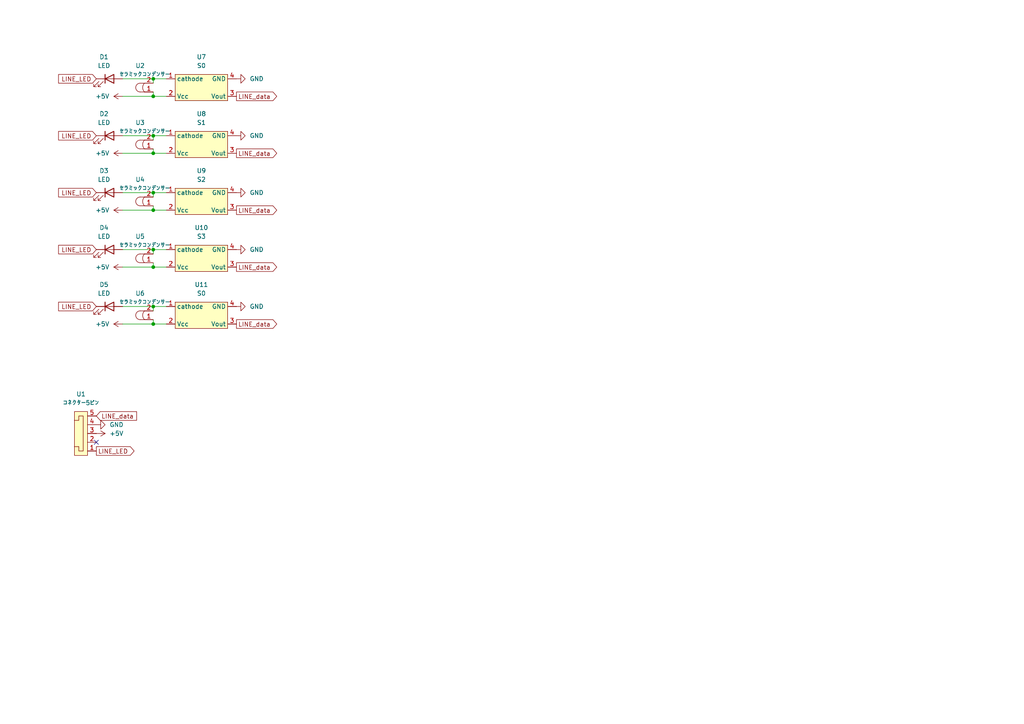
<source format=kicad_sch>
(kicad_sch (version 20211123) (generator eeschema)
  (paper "A4")
  (lib_symbols
    (symbol "Device:LED" (pin_numbers hide) (pin_names (offset 1.016) hide)
      (property "Reference" "D" (at 0 2.54 0))
      (property "Value" "LED" (at 0 -2.54 0))
      (symbol "LED_0_1"
        (polyline (pts (xy -1.27 -1.27) (xy -1.27 1.27)) (stroke (width 0.254)))
        (polyline (pts (xy -1.27 0) (xy 1.27 0)))
        (polyline (pts (xy 1.27 -1.27) (xy 1.27 1.27) (xy -1.27 0) (xy 1.27 -1.27)) (stroke (width 0.254)))
        (polyline (pts (xy -3.048 -0.762) (xy -4.572 -2.286) (xy -3.81 -2.286) (xy -4.572 -2.286) (xy -4.572 -1.524)))
        (polyline (pts (xy -1.778 -0.762) (xy -3.302 -2.286) (xy -2.54 -2.286) (xy -3.302 -2.286) (xy -3.302 -1.524)))
      )
      (symbol "LED_1_1"
        (pin passive line (at -3.81 0 0) (length 2.54) (name "K") (number "1"))
        (pin passive line (at 3.81 0 180) (length 2.54) (name "A") (number "2"))
      )
    )
    (symbol "power:+5V" (power) (pin_names (offset 0))
      (property "Value" "+5V" (at 0 3.556 0))
      (symbol "+5V_0_1"
        (polyline (pts (xy -0.762 1.27) (xy 0 2.54)))
        (polyline (pts (xy 0 0) (xy 0 2.54)))
        (polyline (pts (xy 0 2.54) (xy 0.762 1.27)))
      )
      (symbol "+5V_1_1"
        (pin power_in line (at 0 0 90) (length 0) hide (name "+5V") (number "1"))
      )
    )
    (symbol "power:GND" (power) (pin_names (offset 0))
      (property "Value" "GND" (at 0 -3.81 0))
      (symbol "GND_0_1"
        (polyline (pts (xy 0 0) (xy 0 -1.27) (xy 1.27 -1.27) (xy 0 -2.54) (xy -1.27 -1.27) (xy 0 -1.27)))
      )
      (symbol "GND_1_1"
        (pin power_in line (at 0 0 270) (length 0) hide (name "GND") (number "1"))
      )
    )
    (symbol "自分のシンボルエディター:S4282-51,S7136"
      (property "Reference" "U" (at 0 0 0))
      (property "Value" "S4282-51,S7136" (at 0 2.54 0))
      (symbol "S4282-51,S7136_0_1"
        (rectangle (start -7.62 -1.27) (end 7.62 -8.89) (fill (type background)))
      )
      (symbol "S4282-51,S7136_1_1"
        (pin input line (at -10.16 -2.54 0) (length 2.54) (name "cathode") (number "1"))
        (pin input line (at -10.16 -7.62 0) (length 2.54) (name "Vcc") (number "2"))
        (pin input line (at 10.16 -7.62 180) (length 2.54) (name "Vout") (number "3"))
        (pin input line (at 10.16 -2.54 180) (length 2.54) (name "GND") (number "4"))
      )
    )
    (symbol "自分のシンボルエディター:コネクター5ピン"
      (property "Reference" "U" (at 6.35 0 0))
      (property "Value" "コネクター5ピン" (at 0 0 0))
      (symbol "コネクター5ピン_0_1"
        (rectangle (start -6.35 -1.27) (end 6.35 -5.08) (fill (type background)))
        (polyline (pts (xy -3.81 -2.54) (xy -3.81 -1.27)))
        (polyline (pts (xy -3.81 -2.54) (xy -5.08 -2.54) (xy -5.08 -3.81) (xy 5.08 -3.81) (xy 5.08 -2.54) (xy 3.81 -2.54) (xy 3.81 -1.27)))
      )
      (symbol "コネクター5ピン_1_1"
        (pin input line (at -5.08 -7.62 90) (length 2.54) (name "") (number "1"))
        (pin input line (at -2.54 -7.62 90) (length 2.54) (name "") (number "2"))
        (pin input line (at 0 -7.62 90) (length 2.54) (name "") (number "3"))
        (pin input line (at 2.54 -7.62 90) (length 2.54) (name "") (number "4"))
        (pin input line (at 5.08 -7.62 90) (length 2.54) (name "") (number "5"))
      )
    )
    (symbol "自分のシンボルエディター:セラミックコンデンサー"
      (property "Reference" "U" (at 8.89 0 0))
      (property "Value" "セラミックコンデンサー" (at 0 0 0))
      (symbol "セラミックコンデンサー_0_1"
        (arc (start 0 -1.27) (mid -0.898 -1.642) (end -1.27 -2.54))
        (polyline (pts (xy -1.27 -2.54) (xy -1.27 -3.81)))
        (polyline (pts (xy 1.27 -2.54) (xy 1.27 -3.81)))
        (arc (start 1.27 -3.81) (mid 0 -3.284) (end -1.27 -3.81))
        (arc (start 1.2701 -2.5399) (mid 0.8981 -1.6419) (end 0.0001 -1.2699))
      )
      (symbol "セラミックコンデンサー_1_1"
        (pin input line (at -1.27 -6.35 90) (length 2.54) (name "") (number "1"))
        (pin input line (at 1.27 -6.35 90) (length 2.54) (name "") (number "2"))
      )
    )
  )
  (junction (at 44.45 22.86))
  (junction (at 44.45 27.94))
  (junction (at 44.45 39.37))
  (junction (at 44.45 72.39))
  (junction (at 44.45 77.47))
  (junction (at 44.45 93.98))
  (junction (at 44.45 60.96))
  (junction (at 44.45 88.9))
  (junction (at 44.45 55.88))
  (junction (at 44.45 44.45))
  (no_connect (at 27.94 128.27))
  (wire (pts (xy 44.45 92.71) (xy 44.45 93.98)))
  (wire (pts (xy 44.45 76.2) (xy 44.45 77.47)))
  (wire (pts (xy 48.26 39.37) (xy 44.45 39.37)))
  (wire (pts (xy 48.26 88.9) (xy 44.45 88.9)))
  (wire (pts (xy 48.26 27.94) (xy 44.45 27.94)))
  (wire (pts (xy 44.45 22.86) (xy 35.56 22.86)))
  (wire (pts (xy 48.26 55.88) (xy 44.45 55.88)))
  (wire (pts (xy 44.45 88.9) (xy 44.45 90.17)))
  (wire (pts (xy 44.45 39.37) (xy 44.45 40.64)))
  (wire (pts (xy 44.45 59.69) (xy 44.45 60.96)))
  (wire (pts (xy 44.45 93.98) (xy 35.56 93.98)))
  (wire (pts (xy 44.45 44.45) (xy 35.56 44.45)))
  (wire (pts (xy 44.45 72.39) (xy 44.45 73.66)))
  (wire (pts (xy 44.45 26.67) (xy 44.45 27.94)))
  (wire (pts (xy 48.26 60.96) (xy 44.45 60.96)))
  (wire (pts (xy 48.26 22.86) (xy 44.45 22.86)))
  (wire (pts (xy 48.26 44.45) (xy 44.45 44.45)))
  (wire (pts (xy 48.26 93.98) (xy 44.45 93.98)))
  (wire (pts (xy 48.26 72.39) (xy 44.45 72.39)))
  (wire (pts (xy 44.45 55.88) (xy 44.45 57.15)))
  (wire (pts (xy 44.45 55.88) (xy 35.56 55.88)))
  (wire (pts (xy 44.45 77.47) (xy 35.56 77.47)))
  (wire (pts (xy 44.45 39.37) (xy 35.56 39.37)))
  (wire (pts (xy 44.45 88.9) (xy 35.56 88.9)))
  (wire (pts (xy 44.45 43.18) (xy 44.45 44.45)))
  (wire (pts (xy 44.45 60.96) (xy 35.56 60.96)))
  (wire (pts (xy 44.45 72.39) (xy 35.56 72.39)))
  (wire (pts (xy 48.26 77.47) (xy 44.45 77.47)))
  (wire (pts (xy 44.45 27.94) (xy 35.56 27.94)))
  (wire (pts (xy 44.45 22.86) (xy 44.45 24.13)))
  (global_label "LINE_LED" (shape input) (at 27.94 22.86 180) (property "Intersheet References" "${INTERSHEET_REFS}" (effects hide)))
  (global_label "LINE_LED" (shape input) (at 27.94 55.88 180) (property "Intersheet References" "${INTERSHEET_REFS}" (effects hide)))
  (global_label "LINE_LED" (shape input) (at 27.94 88.9 180) (property "Intersheet References" "${INTERSHEET_REFS}" (effects hide)))
  (global_label "LINE_data" (shape output) (at 68.58 44.45 0) (property "Intersheet References" "${INTERSHEET_REFS}" (effects hide)))
  (global_label "LINE_LED" (shape output) (at 27.94 130.81 0) (property "Intersheet References" "${INTERSHEET_REFS}" (effects hide)))
  (global_label "LINE_data" (shape output) (at 68.58 93.98 0) (property "Intersheet References" "${INTERSHEET_REFS}" (effects hide)))
  (global_label "LINE_data" (shape input) (at 27.94 120.65 0) (property "Intersheet References" "${INTERSHEET_REFS}" (effects hide)))
  (global_label "LINE_data" (shape output) (at 68.58 77.47 0) (property "Intersheet References" "${INTERSHEET_REFS}" (effects hide)))
  (global_label "LINE_LED" (shape input) (at 27.94 39.37 180) (property "Intersheet References" "${INTERSHEET_REFS}" (effects hide)))
  (global_label "LINE_LED" (shape input) (at 27.94 72.39 180) (property "Intersheet References" "${INTERSHEET_REFS}" (effects hide)))
  (global_label "LINE_data" (shape output) (at 68.58 60.96 0) (property "Intersheet References" "${INTERSHEET_REFS}" (effects hide)))
  (global_label "LINE_data" (shape output) (at 68.58 27.94 0) (property "Intersheet References" "${INTERSHEET_REFS}" (effects hide)))
  (symbol (lib_id "power:+5V") (at 35.56 60.96 90) (unit 1)
    (property "Reference" "#PWR0106" (effects hide))
    (property "Value" "+5V" (at 31.75 60.9599 90) (effects (justify left)))
  )
  (symbol (lib_id "自分のシンボルエディター:セラミックコンデンサー") (at 38.1 25.4 90) (unit 1)
    (property "Reference" "U2" (at 40.6399 19.05 90))
    (property "Value" "セラミックコンデンサー" (at 41.91 21.59 90))
    (property "Footprint" "自分のフットプリント:セラミックコンデンサー" (effects hide))
  )
  (symbol (lib_id "power:+5V") (at 35.56 44.45 90) (unit 1)
    (property "Reference" "#PWR0102" (effects hide))
    (property "Value" "+5V" (at 31.75 44.4499 90) (effects (justify left)))
  )
  (symbol (lib_id "power:+5V") (at 35.56 77.47 90) (unit 1)
    (property "Reference" "#PWR0107" (effects hide))
    (property "Value" "+5V" (at 31.75 77.4699 90) (effects (justify left)))
  )
  (symbol (lib_id "自分のシンボルエディター:S4282-51,S7136") (at 58.42 20.32 0) (unit 1)
    (property "Reference" "U7" (at 58.42 16.51 0))
    (property "Value" "S0" (at 58.42 19.05 0))
    (property "Footprint" "自分のフットプリント:S4282-51,S7136" (effects hide))
  )
  (symbol (lib_id "Device:LED") (at 31.75 39.37 0) (unit 1)
    (property "Reference" "D2" (at 30.1625 33.02 0))
    (property "Value" "LED" (at 30.1625 35.56 0))
    (property "Footprint" "自分のフットプリント:LED" (effects hide))
  )
  (symbol (lib_id "power:GND") (at 68.58 55.88 90) (unit 1)
    (property "Reference" "#PWR0103" (effects hide))
    (property "Value" "GND" (at 72.39 55.8799 90) (effects (justify right)))
  )
  (symbol (lib_id "自分のシンボルエディター:S4282-51,S7136") (at 58.42 69.85 0) (unit 1)
    (property "Reference" "U10" (at 58.42 66.04 0))
    (property "Value" "S3" (at 58.42 68.58 0))
    (property "Footprint" "自分のフットプリント:S4282-51,S7136" (effects hide))
  )
  (symbol (lib_id "power:+5V") (at 27.94 125.73 270) (unit 1)
    (property "Reference" "#PWR0109" (effects hide))
    (property "Value" "+5V" (at 31.75 125.7299 90) (effects (justify left)))
  )
  (symbol (lib_id "自分のシンボルエディター:S4282-51,S7136") (at 58.42 36.83 0) (unit 1)
    (property "Reference" "U8" (at 58.42 33.02 0))
    (property "Value" "S1" (at 58.42 35.56 0))
    (property "Footprint" "自分のフットプリント:S4282-51,S7136" (effects hide))
  )
  (symbol (lib_id "自分のシンボルエディター:S4282-51,S7136") (at 58.42 53.34 0) (unit 1)
    (property "Reference" "U9" (at 58.42 49.53 0))
    (property "Value" "S2" (at 58.42 52.07 0))
    (property "Footprint" "自分のフットプリント:S4282-51,S7136" (effects hide))
  )
  (symbol (lib_id "自分のシンボルエディター:コネクター5ピン") (at 20.32 125.73 90) (unit 1)
    (property "Reference" "U1" (at 23.495 114.3 90))
    (property "Value" "コネクター5ピン" (at 23.495 116.84 90))
    (property "Footprint" "自分のフットプリント:L字コネクター5ピン" (effects hide))
  )
  (symbol (lib_id "Device:LED") (at 31.75 88.9 0) (unit 1)
    (property "Reference" "D5" (at 30.1625 82.55 0))
    (property "Value" "LED" (at 30.1625 85.09 0))
    (property "Footprint" "自分のフットプリント:LED" (effects hide))
  )
  (symbol (lib_id "power:+5V") (at 35.56 93.98 90) (unit 1)
    (property "Reference" "#PWR0110" (effects hide))
    (property "Value" "+5V" (at 31.75 93.9799 90) (effects (justify left)))
  )
  (symbol (lib_id "自分のシンボルエディター:セラミックコンデンサー") (at 38.1 58.42 90) (unit 1)
    (property "Reference" "U4" (at 40.6399 52.07 90))
    (property "Value" "セラミックコンデンサー" (at 41.91 54.61 90))
    (property "Footprint" "自分のフットプリント:セラミックコンデンサー" (effects hide))
  )
  (symbol (lib_id "power:GND") (at 68.58 88.9 90) (unit 1)
    (property "Reference" "#PWR0111" (effects hide))
    (property "Value" "GND" (at 72.39 88.8999 90) (effects (justify right)))
  )
  (symbol (lib_id "power:GND") (at 68.58 39.37 90) (unit 1)
    (property "Reference" "#PWR0105" (effects hide))
    (property "Value" "GND" (at 72.39 39.3699 90) (effects (justify right)))
  )
  (symbol (lib_id "power:GND") (at 68.58 72.39 90) (unit 1)
    (property "Reference" "#PWR0112" (effects hide))
    (property "Value" "GND" (at 72.39 72.3899 90) (effects (justify right)))
  )
  (symbol (lib_id "power:GND") (at 27.94 123.19 90) (unit 1)
    (property "Reference" "#PWR0108" (effects hide))
    (property "Value" "GND" (at 31.75 123.1899 90) (effects (justify right)))
  )
  (symbol (lib_id "Device:LED") (at 31.75 22.86 0) (unit 1)
    (property "Reference" "D1" (at 30.1625 16.51 0))
    (property "Value" "LED" (at 30.1625 19.05 0))
    (property "Footprint" "自分のフットプリント:LED" (effects hide))
  )
  (symbol (lib_id "自分のシンボルエディター:セラミックコンデンサー") (at 38.1 41.91 90) (unit 1)
    (property "Reference" "U3" (at 40.6399 35.56 90))
    (property "Value" "セラミックコンデンサー" (at 41.91 38.1 90))
    (property "Footprint" "自分のフットプリント:セラミックコンデンサー" (effects hide))
  )
  (symbol (lib_id "自分のシンボルエディター:セラミックコンデンサー") (at 38.1 91.44 90) (unit 1)
    (property "Reference" "U6" (at 40.6399 85.09 90))
    (property "Value" "セラミックコンデンサー" (at 41.91 87.63 90))
    (property "Footprint" "自分のフットプリント:セラミックコンデンサー" (effects hide))
  )
  (symbol (lib_id "Device:LED") (at 31.75 72.39 0) (unit 1)
    (property "Reference" "D4" (at 30.1625 66.04 0))
    (property "Value" "LED" (at 30.1625 68.58 0))
    (property "Footprint" "自分のフットプリント:LED" (effects hide))
  )
  (symbol (lib_id "自分のシンボルエディター:S4282-51,S7136") (at 58.42 86.36 0) (unit 1)
    (property "Reference" "U11" (at 58.42 82.55 0))
    (property "Value" "S0" (at 58.42 85.09 0))
    (property "Footprint" "自分のフットプリント:S4282-51,S7136" (effects hide))
  )
  (symbol (lib_id "自分のシンボルエディター:セラミックコンデンサー") (at 38.1 74.93 90) (unit 1)
    (property "Reference" "U5" (at 40.6399 68.58 90))
    (property "Value" "セラミックコンデンサー" (at 41.91 71.12 90))
    (property "Footprint" "自分のフットプリント:セラミックコンデンサー" (effects hide))
  )
  (symbol (lib_id "power:GND") (at 68.58 22.86 90) (unit 1)
    (property "Reference" "#PWR0104" (effects hide))
    (property "Value" "GND" (at 72.39 22.8599 90) (effects (justify right)))
  )
  (symbol (lib_id "power:+5V") (at 35.56 27.94 90) (unit 1)
    (property "Reference" "#PWR0101" (effects hide))
    (property "Value" "+5V" (at 31.75 27.9399 90) (effects (justify left)))
  )
  (symbol (lib_id "Device:LED") (at 31.75 55.88 0) (unit 1)
    (property "Reference" "D3" (at 30.1625 49.53 0))
    (property "Value" "LED" (at 30.1625 52.07 0))
    (property "Footprint" "自分のフットプリント:LED" (effects hide))
  )
)
</source>
